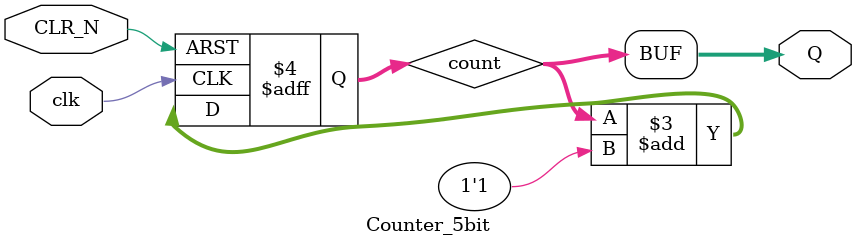
<source format=sv>
module Counter_5bit (
    input  logic clk,
    input  logic CLR_N,
    output logic [4:0] Q
);
    logic [4:0] count;

    always_ff @(posedge clk or negedge CLR_N) begin
        if (~CLR_N)
            count <= 5'b00000;
        else
            count <= count + 1'b1;
    end

    assign Q = count;
endmodule

</source>
